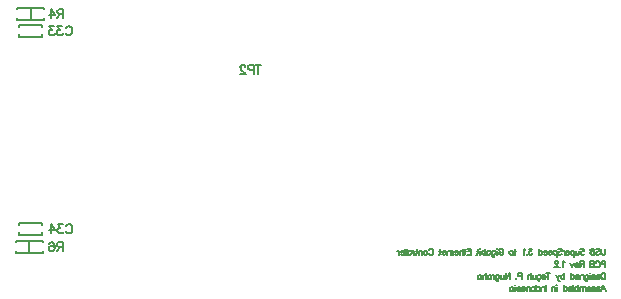
<source format=gbo>
G04*
G04 #@! TF.GenerationSoftware,Altium Limited,Altium Designer Agile,26.0.0 (14)*
G04*
G04 Layer_Color=32896*
%FSLAX25Y25*%
%MOIN*%
G70*
G04*
G04 #@! TF.SameCoordinates,7524BEC1-89ED-4D1E-BEAD-273B5B3E8E6B*
G04*
G04*
G04 #@! TF.FilePolarity,Positive*
G04*
G01*
G75*
%ADD15C,0.00591*%
%ADD16C,0.00500*%
D15*
X56102Y93602D02*
X63976D01*
X56102Y92815D02*
Y93602D01*
X63976Y92815D02*
Y93602D01*
X56102Y89665D02*
Y90453D01*
Y89665D02*
X63976D01*
Y90453D01*
X55055Y21079D02*
Y21579D01*
X64055D01*
X55055Y17579D02*
Y18079D01*
X59555Y17579D02*
Y21579D01*
X55055Y17579D02*
X64055D01*
Y21079D02*
Y21579D01*
Y17579D02*
Y18079D01*
X60138Y95260D02*
Y99260D01*
X55638Y95260D02*
Y95760D01*
X64638Y95260D02*
Y95760D01*
X55638Y95260D02*
X64638D01*
Y98760D02*
Y99260D01*
X55638Y98760D02*
Y99260D01*
X64638D01*
X56102Y27559D02*
X63976D01*
X56102Y26772D02*
Y27559D01*
X63976Y26772D02*
Y27559D01*
Y23622D02*
Y24409D01*
X56102Y23622D02*
Y24409D01*
Y23622D02*
X63976D01*
D16*
X251567Y19005D02*
Y17576D01*
X251472Y17291D01*
X251281Y17100D01*
X250996Y17005D01*
X250805D01*
X250519Y17100D01*
X250329Y17291D01*
X250234Y17576D01*
Y19005D01*
X248349Y18719D02*
X248539Y18910D01*
X248825Y19005D01*
X249205D01*
X249491Y18910D01*
X249682Y18719D01*
Y18529D01*
X249586Y18338D01*
X249491Y18243D01*
X249301Y18148D01*
X248729Y17957D01*
X248539Y17862D01*
X248444Y17767D01*
X248349Y17576D01*
Y17291D01*
X248539Y17100D01*
X248825Y17005D01*
X249205D01*
X249491Y17100D01*
X249682Y17291D01*
X247901Y19005D02*
Y17005D01*
Y19005D02*
X247044D01*
X246758Y18910D01*
X246663Y18814D01*
X246568Y18624D01*
Y18433D01*
X246663Y18243D01*
X246758Y18148D01*
X247044Y18053D01*
X247901D02*
X247044D01*
X246758Y17957D01*
X246663Y17862D01*
X246568Y17672D01*
Y17386D01*
X246663Y17196D01*
X246758Y17100D01*
X247044Y17005D01*
X247901D01*
X243216Y18719D02*
X243407Y18910D01*
X243692Y19005D01*
X244073D01*
X244359Y18910D01*
X244549Y18719D01*
Y18529D01*
X244454Y18338D01*
X244359Y18243D01*
X244168Y18148D01*
X243597Y17957D01*
X243407Y17862D01*
X243312Y17767D01*
X243216Y17576D01*
Y17291D01*
X243407Y17100D01*
X243692Y17005D01*
X244073D01*
X244359Y17100D01*
X244549Y17291D01*
X242769Y18338D02*
Y17386D01*
X242674Y17100D01*
X242483Y17005D01*
X242197D01*
X242007Y17100D01*
X241721Y17386D01*
Y18338D02*
Y17005D01*
X241198Y18338D02*
Y16339D01*
Y18053D02*
X241007Y18243D01*
X240817Y18338D01*
X240531D01*
X240341Y18243D01*
X240150Y18053D01*
X240055Y17767D01*
Y17576D01*
X240150Y17291D01*
X240341Y17100D01*
X240531Y17005D01*
X240817D01*
X241007Y17100D01*
X241198Y17291D01*
X239627Y17767D02*
X238484D01*
Y17957D01*
X238579Y18148D01*
X238674Y18243D01*
X238865Y18338D01*
X239151D01*
X239341Y18243D01*
X239531Y18053D01*
X239627Y17767D01*
Y17576D01*
X239531Y17291D01*
X239341Y17100D01*
X239151Y17005D01*
X238865D01*
X238674Y17100D01*
X238484Y17291D01*
X238055Y18338D02*
Y17005D01*
Y17767D02*
X237960Y18053D01*
X237770Y18243D01*
X237579Y18338D01*
X237294D01*
X235780Y18719D02*
X235970Y18910D01*
X236256Y19005D01*
X236637D01*
X236922Y18910D01*
X237113Y18719D01*
Y18529D01*
X237018Y18338D01*
X236922Y18243D01*
X236732Y18148D01*
X236161Y17957D01*
X235970Y17862D01*
X235875Y17767D01*
X235780Y17576D01*
Y17291D01*
X235970Y17100D01*
X236256Y17005D01*
X236637D01*
X236922Y17100D01*
X237113Y17291D01*
X235332Y18338D02*
Y16339D01*
Y18053D02*
X235142Y18243D01*
X234951Y18338D01*
X234666D01*
X234475Y18243D01*
X234285Y18053D01*
X234190Y17767D01*
Y17576D01*
X234285Y17291D01*
X234475Y17100D01*
X234666Y17005D01*
X234951D01*
X235142Y17100D01*
X235332Y17291D01*
X233761Y17767D02*
X232619D01*
Y17957D01*
X232714Y18148D01*
X232809Y18243D01*
X232999Y18338D01*
X233285D01*
X233476Y18243D01*
X233666Y18053D01*
X233761Y17767D01*
Y17576D01*
X233666Y17291D01*
X233476Y17100D01*
X233285Y17005D01*
X232999D01*
X232809Y17100D01*
X232619Y17291D01*
X232190Y17767D02*
X231048D01*
Y17957D01*
X231143Y18148D01*
X231238Y18243D01*
X231428Y18338D01*
X231714D01*
X231905Y18243D01*
X232095Y18053D01*
X232190Y17767D01*
Y17576D01*
X232095Y17291D01*
X231905Y17100D01*
X231714Y17005D01*
X231428D01*
X231238Y17100D01*
X231048Y17291D01*
X229476Y19005D02*
Y17005D01*
Y18053D02*
X229667Y18243D01*
X229857Y18338D01*
X230143D01*
X230333Y18243D01*
X230524Y18053D01*
X230619Y17767D01*
Y17576D01*
X230524Y17291D01*
X230333Y17100D01*
X230143Y17005D01*
X229857D01*
X229667Y17100D01*
X229476Y17291D01*
X227182Y19005D02*
X226134D01*
X226706Y18243D01*
X226420D01*
X226230Y18148D01*
X226134Y18053D01*
X226039Y17767D01*
Y17576D01*
X226134Y17291D01*
X226325Y17100D01*
X226610Y17005D01*
X226896D01*
X227182Y17100D01*
X227277Y17196D01*
X227372Y17386D01*
X225496Y17196D02*
X225592Y17100D01*
X225496Y17005D01*
X225401Y17100D01*
X225496Y17196D01*
X224963Y18624D02*
X224773Y18719D01*
X224487Y19005D01*
Y17005D01*
X221640Y19005D02*
Y17386D01*
X221545Y17100D01*
X221354Y17005D01*
X221164D01*
X221926Y18338D02*
X221259D01*
X220402D02*
X220593Y18243D01*
X220783Y18053D01*
X220878Y17767D01*
Y17576D01*
X220783Y17291D01*
X220593Y17100D01*
X220402Y17005D01*
X220117D01*
X219926Y17100D01*
X219736Y17291D01*
X219640Y17576D01*
Y17767D01*
X219736Y18053D01*
X219926Y18243D01*
X220117Y18338D01*
X220402D01*
X216203Y18529D02*
X216298Y18719D01*
X216489Y18910D01*
X216679Y19005D01*
X217060D01*
X217250Y18910D01*
X217441Y18719D01*
X217536Y18529D01*
X217631Y18243D01*
Y17767D01*
X217536Y17481D01*
X217441Y17291D01*
X217250Y17100D01*
X217060Y17005D01*
X216679D01*
X216489Y17100D01*
X216298Y17291D01*
X216203Y17481D01*
Y17767D01*
X216679D02*
X216203D01*
X215556Y19005D02*
X215460Y18910D01*
X215365Y19005D01*
X215460Y19100D01*
X215556Y19005D01*
X215460Y18338D02*
Y17005D01*
X213870Y18338D02*
Y16815D01*
X213966Y16529D01*
X214061Y16434D01*
X214251Y16339D01*
X214537D01*
X214727Y16434D01*
X213870Y18053D02*
X214061Y18243D01*
X214251Y18338D01*
X214537D01*
X214727Y18243D01*
X214918Y18053D01*
X215013Y17767D01*
Y17576D01*
X214918Y17291D01*
X214727Y17100D01*
X214537Y17005D01*
X214251D01*
X214061Y17100D01*
X213870Y17291D01*
X212194Y18338D02*
Y17005D01*
Y18053D02*
X212385Y18243D01*
X212575Y18338D01*
X212861D01*
X213051Y18243D01*
X213242Y18053D01*
X213337Y17767D01*
Y17576D01*
X213242Y17291D01*
X213051Y17100D01*
X212861Y17005D01*
X212575D01*
X212385Y17100D01*
X212194Y17291D01*
X211661Y19005D02*
Y17005D01*
Y18053D02*
X211471Y18243D01*
X211280Y18338D01*
X210995D01*
X210804Y18243D01*
X210614Y18053D01*
X210519Y17767D01*
Y17576D01*
X210614Y17291D01*
X210804Y17100D01*
X210995Y17005D01*
X211280D01*
X211471Y17100D01*
X211661Y17291D01*
X209900Y19005D02*
X209805Y18910D01*
X209709Y19005D01*
X209805Y19100D01*
X209900Y19005D01*
X209805Y18338D02*
Y17005D01*
X209071Y19005D02*
Y17386D01*
X208976Y17100D01*
X208786Y17005D01*
X208595D01*
X209357Y18338D02*
X208690D01*
X205501Y19005D02*
X206738D01*
Y17005D01*
X205501D01*
X206738Y18053D02*
X205977D01*
X204882Y19005D02*
Y17386D01*
X204786Y17100D01*
X204596Y17005D01*
X204406D01*
X205167Y18338D02*
X204501D01*
X204120Y19005D02*
Y17005D01*
Y17957D02*
X203834Y18243D01*
X203644Y18338D01*
X203358D01*
X203168Y18243D01*
X203073Y17957D01*
Y17005D01*
X202549Y17767D02*
X201406D01*
Y17957D01*
X201501Y18148D01*
X201597Y18243D01*
X201787Y18338D01*
X202073D01*
X202263Y18243D01*
X202454Y18053D01*
X202549Y17767D01*
Y17576D01*
X202454Y17291D01*
X202263Y17100D01*
X202073Y17005D01*
X201787D01*
X201597Y17100D01*
X201406Y17291D01*
X200978Y18338D02*
Y17005D01*
Y17767D02*
X200883Y18053D01*
X200692Y18243D01*
X200502Y18338D01*
X200216D01*
X200035D02*
Y17005D01*
Y17957D02*
X199750Y18243D01*
X199559Y18338D01*
X199273D01*
X199083Y18243D01*
X198988Y17957D01*
Y17005D01*
X198464Y17767D02*
X197321D01*
Y17957D01*
X197417Y18148D01*
X197512Y18243D01*
X197702Y18338D01*
X197988D01*
X198178Y18243D01*
X198369Y18053D01*
X198464Y17767D01*
Y17576D01*
X198369Y17291D01*
X198178Y17100D01*
X197988Y17005D01*
X197702D01*
X197512Y17100D01*
X197321Y17291D01*
X196607Y19005D02*
Y17386D01*
X196512Y17100D01*
X196322Y17005D01*
X196131D01*
X196893Y18338D02*
X196226D01*
X192846Y18529D02*
X192941Y18719D01*
X193132Y18910D01*
X193322Y19005D01*
X193703D01*
X193894Y18910D01*
X194084Y18719D01*
X194179Y18529D01*
X194274Y18243D01*
Y17767D01*
X194179Y17481D01*
X194084Y17291D01*
X193894Y17100D01*
X193703Y17005D01*
X193322D01*
X193132Y17100D01*
X192941Y17291D01*
X192846Y17481D01*
X191808Y18338D02*
X191999Y18243D01*
X192189Y18053D01*
X192284Y17767D01*
Y17576D01*
X192189Y17291D01*
X191999Y17100D01*
X191808Y17005D01*
X191523D01*
X191332Y17100D01*
X191142Y17291D01*
X191047Y17576D01*
Y17767D01*
X191142Y18053D01*
X191332Y18243D01*
X191523Y18338D01*
X191808D01*
X190609D02*
Y17005D01*
Y17957D02*
X190323Y18243D01*
X190132Y18338D01*
X189847D01*
X189656Y18243D01*
X189561Y17957D01*
Y17005D01*
X188752Y19005D02*
Y17386D01*
X188657Y17100D01*
X188466Y17005D01*
X188276D01*
X189038Y18338D02*
X188371D01*
X187990D02*
Y17005D01*
Y17767D02*
X187895Y18053D01*
X187705Y18243D01*
X187514Y18338D01*
X187228D01*
X186571D02*
X186762Y18243D01*
X186952Y18053D01*
X187048Y17767D01*
Y17576D01*
X186952Y17291D01*
X186762Y17100D01*
X186571Y17005D01*
X186286D01*
X186095Y17100D01*
X185905Y17291D01*
X185810Y17576D01*
Y17767D01*
X185905Y18053D01*
X186095Y18243D01*
X186286Y18338D01*
X186571D01*
X185372Y19005D02*
Y17005D01*
X184953Y19005D02*
Y17005D01*
X184534Y17767D02*
X183391D01*
Y17957D01*
X183486Y18148D01*
X183581Y18243D01*
X183772Y18338D01*
X184058D01*
X184248Y18243D01*
X184439Y18053D01*
X184534Y17767D01*
Y17576D01*
X184439Y17291D01*
X184248Y17100D01*
X184058Y17005D01*
X183772D01*
X183581Y17100D01*
X183391Y17291D01*
X182963Y18338D02*
Y17005D01*
Y17767D02*
X182867Y18053D01*
X182677Y18243D01*
X182486Y18338D01*
X182201D01*
X251567Y13755D02*
X250710D01*
X250424Y13850D01*
X250329Y13946D01*
X250234Y14136D01*
Y14422D01*
X250329Y14612D01*
X250424Y14707D01*
X250710Y14803D01*
X251567D01*
Y12803D01*
X248358Y14327D02*
X248453Y14517D01*
X248644Y14707D01*
X248834Y14803D01*
X249215D01*
X249406Y14707D01*
X249596Y14517D01*
X249691Y14327D01*
X249786Y14041D01*
Y13565D01*
X249691Y13279D01*
X249596Y13089D01*
X249406Y12898D01*
X249215Y12803D01*
X248834D01*
X248644Y12898D01*
X248453Y13089D01*
X248358Y13279D01*
X247796Y14803D02*
Y12803D01*
Y14803D02*
X246939D01*
X246654Y14707D01*
X246558Y14612D01*
X246463Y14422D01*
Y14231D01*
X246558Y14041D01*
X246654Y13946D01*
X246939Y13850D01*
X247796D02*
X246939D01*
X246654Y13755D01*
X246558Y13660D01*
X246463Y13470D01*
Y13184D01*
X246558Y12994D01*
X246654Y12898D01*
X246939Y12803D01*
X247796D01*
X244445Y14803D02*
Y12803D01*
Y14803D02*
X243588D01*
X243302Y14707D01*
X243207Y14612D01*
X243112Y14422D01*
Y14231D01*
X243207Y14041D01*
X243302Y13946D01*
X243588Y13850D01*
X244445D01*
X243778D02*
X243112Y12803D01*
X242664Y13565D02*
X241522D01*
Y13755D01*
X241617Y13946D01*
X241712Y14041D01*
X241902Y14136D01*
X242188D01*
X242378Y14041D01*
X242569Y13850D01*
X242664Y13565D01*
Y13374D01*
X242569Y13089D01*
X242378Y12898D01*
X242188Y12803D01*
X241902D01*
X241712Y12898D01*
X241522Y13089D01*
X241093Y14136D02*
X240522Y12803D01*
X239950Y14136D02*
X240522Y12803D01*
X238055Y14422D02*
X237865Y14517D01*
X237579Y14803D01*
Y12803D01*
X236494Y12994D02*
X236589Y12898D01*
X236494Y12803D01*
X236399Y12898D01*
X236494Y12994D01*
X235865Y14327D02*
Y14422D01*
X235770Y14612D01*
X235675Y14707D01*
X235485Y14803D01*
X235104D01*
X234913Y14707D01*
X234818Y14612D01*
X234723Y14422D01*
Y14231D01*
X234818Y14041D01*
X235009Y13755D01*
X235961Y12803D01*
X234628D01*
X251567Y10942D02*
Y8942D01*
Y10942D02*
X250900D01*
X250615Y10847D01*
X250424Y10656D01*
X250329Y10466D01*
X250234Y10180D01*
Y9704D01*
X250329Y9418D01*
X250424Y9228D01*
X250615Y9037D01*
X250900Y8942D01*
X251567D01*
X249786Y9704D02*
X248644D01*
Y9894D01*
X248739Y10085D01*
X248834Y10180D01*
X249025Y10275D01*
X249310D01*
X249501Y10180D01*
X249691Y9990D01*
X249786Y9704D01*
Y9513D01*
X249691Y9228D01*
X249501Y9037D01*
X249310Y8942D01*
X249025D01*
X248834Y9037D01*
X248644Y9228D01*
X247168Y9990D02*
X247263Y10180D01*
X247549Y10275D01*
X247834D01*
X248120Y10180D01*
X248215Y9990D01*
X248120Y9799D01*
X247930Y9704D01*
X247453Y9609D01*
X247263Y9513D01*
X247168Y9323D01*
Y9228D01*
X247263Y9037D01*
X247549Y8942D01*
X247834D01*
X248120Y9037D01*
X248215Y9228D01*
X246558Y10942D02*
X246463Y10847D01*
X246368Y10942D01*
X246463Y11037D01*
X246558Y10942D01*
X246463Y10275D02*
Y8942D01*
X244873Y10275D02*
Y8752D01*
X244968Y8466D01*
X245064Y8371D01*
X245254Y8276D01*
X245540D01*
X245730Y8371D01*
X244873Y9990D02*
X245064Y10180D01*
X245254Y10275D01*
X245540D01*
X245730Y10180D01*
X245920Y9990D01*
X246016Y9704D01*
Y9513D01*
X245920Y9228D01*
X245730Y9037D01*
X245540Y8942D01*
X245254D01*
X245064Y9037D01*
X244873Y9228D01*
X244340Y10275D02*
Y8942D01*
Y9894D02*
X244054Y10180D01*
X243864Y10275D01*
X243578D01*
X243388Y10180D01*
X243292Y9894D01*
Y8942D01*
X242769Y9704D02*
X241626D01*
Y9894D01*
X241721Y10085D01*
X241817Y10180D01*
X242007Y10275D01*
X242293D01*
X242483Y10180D01*
X242674Y9990D01*
X242769Y9704D01*
Y9513D01*
X242674Y9228D01*
X242483Y9037D01*
X242293Y8942D01*
X242007D01*
X241817Y9037D01*
X241626Y9228D01*
X240055Y10942D02*
Y8942D01*
Y9990D02*
X240246Y10180D01*
X240436Y10275D01*
X240722D01*
X240912Y10180D01*
X241103Y9990D01*
X241198Y9704D01*
Y9513D01*
X241103Y9228D01*
X240912Y9037D01*
X240722Y8942D01*
X240436D01*
X240246Y9037D01*
X240055Y9228D01*
X237951Y10942D02*
Y8942D01*
Y9990D02*
X237760Y10180D01*
X237570Y10275D01*
X237284D01*
X237094Y10180D01*
X236903Y9990D01*
X236808Y9704D01*
Y9513D01*
X236903Y9228D01*
X237094Y9037D01*
X237284Y8942D01*
X237570D01*
X237760Y9037D01*
X237951Y9228D01*
X236284Y10275D02*
X235713Y8942D01*
X235142Y10275D02*
X235713Y8942D01*
X235904Y8561D01*
X236094Y8371D01*
X236284Y8276D01*
X236380D01*
X232571Y10942D02*
Y8942D01*
X233238Y10942D02*
X231905D01*
X231666Y9704D02*
X230524D01*
Y9894D01*
X230619Y10085D01*
X230714Y10180D01*
X230905Y10275D01*
X231190D01*
X231381Y10180D01*
X231571Y9990D01*
X231666Y9704D01*
Y9513D01*
X231571Y9228D01*
X231381Y9037D01*
X231190Y8942D01*
X230905D01*
X230714Y9037D01*
X230524Y9228D01*
X228953Y10275D02*
Y8752D01*
X229048Y8466D01*
X229143Y8371D01*
X229334Y8276D01*
X229619D01*
X229810Y8371D01*
X228953Y9990D02*
X229143Y10180D01*
X229334Y10275D01*
X229619D01*
X229810Y10180D01*
X230000Y9990D01*
X230095Y9704D01*
Y9513D01*
X230000Y9228D01*
X229810Y9037D01*
X229619Y8942D01*
X229334D01*
X229143Y9037D01*
X228953Y9228D01*
X228419Y10275D02*
Y9323D01*
X228324Y9037D01*
X228134Y8942D01*
X227848D01*
X227658Y9037D01*
X227372Y9323D01*
Y10275D02*
Y8942D01*
X226848Y10942D02*
Y8942D01*
Y9894D02*
X226563Y10180D01*
X226372Y10275D01*
X226087D01*
X225896Y10180D01*
X225801Y9894D01*
Y8942D01*
X223706Y9894D02*
X222849D01*
X222564Y9990D01*
X222468Y10085D01*
X222373Y10275D01*
Y10561D01*
X222468Y10751D01*
X222564Y10847D01*
X222849Y10942D01*
X223706D01*
Y8942D01*
X221831Y9133D02*
X221926Y9037D01*
X221831Y8942D01*
X221735Y9037D01*
X221831Y9133D01*
X219726Y10942D02*
Y8942D01*
Y10942D02*
X218393Y8942D01*
Y10942D02*
Y8942D01*
X217841Y10275D02*
Y9323D01*
X217746Y9037D01*
X217555Y8942D01*
X217269D01*
X217079Y9037D01*
X216793Y9323D01*
Y10275D02*
Y8942D01*
X215127Y10275D02*
Y8752D01*
X215222Y8466D01*
X215318Y8371D01*
X215508Y8276D01*
X215794D01*
X215984Y8371D01*
X215127Y9990D02*
X215318Y10180D01*
X215508Y10275D01*
X215794D01*
X215984Y10180D01*
X216175Y9990D01*
X216270Y9704D01*
Y9513D01*
X216175Y9228D01*
X215984Y9037D01*
X215794Y8942D01*
X215508D01*
X215318Y9037D01*
X215127Y9228D01*
X214594Y10275D02*
Y8942D01*
Y9704D02*
X214499Y9990D01*
X214308Y10180D01*
X214118Y10275D01*
X213832D01*
X212509D02*
Y8942D01*
Y9990D02*
X212699Y10180D01*
X212890Y10275D01*
X213175D01*
X213366Y10180D01*
X213556Y9990D01*
X213651Y9704D01*
Y9513D01*
X213556Y9228D01*
X213366Y9037D01*
X213175Y8942D01*
X212890D01*
X212699Y9037D01*
X212509Y9228D01*
X211975Y10942D02*
Y8942D01*
Y9894D02*
X211690Y10180D01*
X211499Y10275D01*
X211214D01*
X211023Y10180D01*
X210928Y9894D01*
Y8942D01*
X209262Y10275D02*
Y8942D01*
Y9990D02*
X209452Y10180D01*
X209643Y10275D01*
X209928D01*
X210119Y10180D01*
X210309Y9990D01*
X210404Y9704D01*
Y9513D01*
X210309Y9228D01*
X210119Y9037D01*
X209928Y8942D01*
X209643D01*
X209452Y9037D01*
X209262Y9228D01*
X250142Y4831D02*
X250904Y6830D01*
X251665Y4831D01*
X251380Y5497D02*
X250428D01*
X248628Y5878D02*
X248723Y6069D01*
X249009Y6164D01*
X249294D01*
X249580Y6069D01*
X249675Y5878D01*
X249580Y5688D01*
X249390Y5593D01*
X248914Y5497D01*
X248723Y5402D01*
X248628Y5212D01*
Y5116D01*
X248723Y4926D01*
X249009Y4831D01*
X249294D01*
X249580Y4926D01*
X249675Y5116D01*
X247162Y5878D02*
X247257Y6069D01*
X247542Y6164D01*
X247828D01*
X248114Y6069D01*
X248209Y5878D01*
X248114Y5688D01*
X247923Y5593D01*
X247447Y5497D01*
X247257Y5402D01*
X247162Y5212D01*
Y5116D01*
X247257Y4926D01*
X247542Y4831D01*
X247828D01*
X248114Y4926D01*
X248209Y5116D01*
X246743Y5593D02*
X245600D01*
Y5783D01*
X245695Y5973D01*
X245790Y6069D01*
X245981Y6164D01*
X246267D01*
X246457Y6069D01*
X246647Y5878D01*
X246743Y5593D01*
Y5402D01*
X246647Y5116D01*
X246457Y4926D01*
X246267Y4831D01*
X245981D01*
X245790Y4926D01*
X245600Y5116D01*
X245171Y6164D02*
Y4831D01*
Y5783D02*
X244886Y6069D01*
X244695Y6164D01*
X244410D01*
X244219Y6069D01*
X244124Y5783D01*
Y4831D01*
Y5783D02*
X243839Y6069D01*
X243648Y6164D01*
X243362D01*
X243172Y6069D01*
X243077Y5783D01*
Y4831D01*
X242448Y6830D02*
Y4831D01*
Y5878D02*
X242258Y6069D01*
X242067Y6164D01*
X241782D01*
X241591Y6069D01*
X241401Y5878D01*
X241306Y5593D01*
Y5402D01*
X241401Y5116D01*
X241591Y4926D01*
X241782Y4831D01*
X242067D01*
X242258Y4926D01*
X242448Y5116D01*
X240877Y6830D02*
Y4831D01*
X240458Y5593D02*
X239316D01*
Y5783D01*
X239411Y5973D01*
X239506Y6069D01*
X239697Y6164D01*
X239982D01*
X240173Y6069D01*
X240363Y5878D01*
X240458Y5593D01*
Y5402D01*
X240363Y5116D01*
X240173Y4926D01*
X239982Y4831D01*
X239697D01*
X239506Y4926D01*
X239316Y5116D01*
X237744Y6830D02*
Y4831D01*
Y5878D02*
X237935Y6069D01*
X238125Y6164D01*
X238411D01*
X238601Y6069D01*
X238792Y5878D01*
X238887Y5593D01*
Y5402D01*
X238792Y5116D01*
X238601Y4926D01*
X238411Y4831D01*
X238125D01*
X237935Y4926D01*
X237744Y5116D01*
X235450Y6830D02*
X235355Y6735D01*
X235259Y6830D01*
X235355Y6926D01*
X235450Y6830D01*
X235355Y6164D02*
Y4831D01*
X234907Y6164D02*
Y4831D01*
Y5783D02*
X234621Y6069D01*
X234431Y6164D01*
X234145D01*
X233955Y6069D01*
X233860Y5783D01*
Y4831D01*
X231765Y6830D02*
Y4831D01*
X231346Y6164D02*
Y4831D01*
Y5783D02*
X231060Y6069D01*
X230870Y6164D01*
X230584D01*
X230394Y6069D01*
X230298Y5783D01*
Y4831D01*
X228632Y6830D02*
Y4831D01*
Y5878D02*
X228823Y6069D01*
X229013Y6164D01*
X229299D01*
X229489Y6069D01*
X229680Y5878D01*
X229775Y5593D01*
Y5402D01*
X229680Y5116D01*
X229489Y4926D01*
X229299Y4831D01*
X229013D01*
X228823Y4926D01*
X228632Y5116D01*
X227623Y6164D02*
X227813Y6069D01*
X228004Y5878D01*
X228099Y5593D01*
Y5402D01*
X228004Y5116D01*
X227813Y4926D01*
X227623Y4831D01*
X227337D01*
X227147Y4926D01*
X226956Y5116D01*
X226861Y5402D01*
Y5593D01*
X226956Y5878D01*
X227147Y6069D01*
X227337Y6164D01*
X227623D01*
X226423D02*
Y4831D01*
Y5783D02*
X226137Y6069D01*
X225947Y6164D01*
X225661D01*
X225471Y6069D01*
X225376Y5783D01*
Y4831D01*
X224852Y5593D02*
X223710D01*
Y5783D01*
X223805Y5973D01*
X223900Y6069D01*
X224090Y6164D01*
X224376D01*
X224566Y6069D01*
X224757Y5878D01*
X224852Y5593D01*
Y5402D01*
X224757Y5116D01*
X224566Y4926D01*
X224376Y4831D01*
X224090D01*
X223900Y4926D01*
X223710Y5116D01*
X222234Y5878D02*
X222329Y6069D01*
X222614Y6164D01*
X222900D01*
X223186Y6069D01*
X223281Y5878D01*
X223186Y5688D01*
X222995Y5593D01*
X222519Y5497D01*
X222329Y5402D01*
X222234Y5212D01*
Y5116D01*
X222329Y4926D01*
X222614Y4831D01*
X222900D01*
X223186Y4926D01*
X223281Y5116D01*
X221624Y6830D02*
X221529Y6735D01*
X221434Y6830D01*
X221529Y6926D01*
X221624Y6830D01*
X221529Y6164D02*
Y4831D01*
X219939Y6164D02*
Y4831D01*
Y5878D02*
X220129Y6069D01*
X220320Y6164D01*
X220605D01*
X220796Y6069D01*
X220986Y5878D01*
X221081Y5593D01*
Y5402D01*
X220986Y5116D01*
X220796Y4926D01*
X220605Y4831D01*
X220320D01*
X220129Y4926D01*
X219939Y5116D01*
X71833Y26376D02*
X71976Y26662D01*
X72262Y26947D01*
X72547Y27090D01*
X73119D01*
X73404Y26947D01*
X73690Y26662D01*
X73833Y26376D01*
X73975Y25948D01*
Y25234D01*
X73833Y24805D01*
X73690Y24519D01*
X73404Y24234D01*
X73119Y24091D01*
X72547D01*
X72262Y24234D01*
X71976Y24519D01*
X71833Y24805D01*
X70705Y27090D02*
X69134D01*
X69991Y25948D01*
X69562D01*
X69276Y25805D01*
X69134Y25662D01*
X68991Y25234D01*
Y24948D01*
X69134Y24519D01*
X69419Y24234D01*
X69848Y24091D01*
X70276D01*
X70705Y24234D01*
X70848Y24376D01*
X70990Y24662D01*
X66891Y27090D02*
X68320Y25091D01*
X66177D01*
X66891Y27090D02*
Y24091D01*
X71690Y92419D02*
X71833Y92705D01*
X72119Y92991D01*
X72404Y93133D01*
X72976D01*
X73261Y92991D01*
X73547Y92705D01*
X73690Y92419D01*
X73833Y91991D01*
Y91277D01*
X73690Y90848D01*
X73547Y90563D01*
X73261Y90277D01*
X72976Y90134D01*
X72404D01*
X72119Y90277D01*
X71833Y90563D01*
X71690Y90848D01*
X70562Y93133D02*
X68991D01*
X69848Y91991D01*
X69419D01*
X69134Y91848D01*
X68991Y91705D01*
X68848Y91277D01*
Y90991D01*
X68991Y90563D01*
X69276Y90277D01*
X69705Y90134D01*
X70134D01*
X70562Y90277D01*
X70705Y90420D01*
X70848Y90706D01*
X67891Y93133D02*
X66320D01*
X67177Y91991D01*
X66748D01*
X66463Y91848D01*
X66320Y91705D01*
X66177Y91277D01*
Y90991D01*
X66320Y90563D01*
X66606Y90277D01*
X67034Y90134D01*
X67463D01*
X67891Y90277D01*
X68034Y90420D01*
X68177Y90706D01*
X135782Y80240D02*
Y77241D01*
X136781Y80240D02*
X134782D01*
X134425Y78669D02*
X133139D01*
X132711Y78812D01*
X132568Y78954D01*
X132425Y79240D01*
Y79668D01*
X132568Y79954D01*
X132711Y80097D01*
X133139Y80240D01*
X134425D01*
Y77241D01*
X131611Y79526D02*
Y79668D01*
X131468Y79954D01*
X131325Y80097D01*
X131040Y80240D01*
X130468D01*
X130183Y80097D01*
X130040Y79954D01*
X129897Y79668D01*
Y79383D01*
X130040Y79097D01*
X130325Y78669D01*
X131754Y77241D01*
X129754D01*
X70705Y21078D02*
Y18079D01*
Y21078D02*
X69419D01*
X68991Y20936D01*
X68848Y20793D01*
X68705Y20507D01*
Y20222D01*
X68848Y19936D01*
X68991Y19793D01*
X69419Y19650D01*
X70705D01*
X69705D02*
X68705Y18079D01*
X66320Y20650D02*
X66463Y20936D01*
X66891Y21078D01*
X67177D01*
X67605Y20936D01*
X67891Y20507D01*
X68034Y19793D01*
Y19079D01*
X67891Y18507D01*
X67605Y18222D01*
X67177Y18079D01*
X67034D01*
X66606Y18222D01*
X66320Y18507D01*
X66177Y18936D01*
Y19079D01*
X66320Y19507D01*
X66606Y19793D01*
X67034Y19936D01*
X67177D01*
X67605Y19793D01*
X67891Y19507D01*
X68034Y19079D01*
X70990Y98760D02*
Y95760D01*
Y98760D02*
X69705D01*
X69276Y98617D01*
X69134Y98474D01*
X68991Y98188D01*
Y97903D01*
X69134Y97617D01*
X69276Y97474D01*
X69705Y97331D01*
X70990D01*
X69991D02*
X68991Y95760D01*
X66891Y98760D02*
X68320Y96760D01*
X66177D01*
X66891Y98760D02*
Y95760D01*
M02*

</source>
